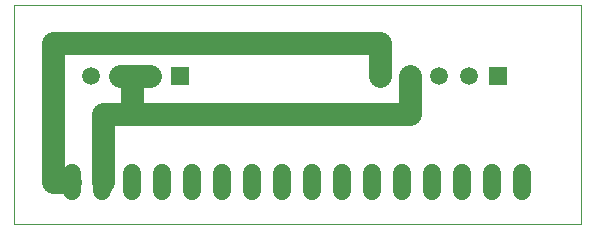
<source format=gbl>
G75*
%MOIN*%
%OFA0B0*%
%FSLAX25Y25*%
%IPPOS*%
%LPD*%
%AMOC8*
5,1,8,0,0,1.08239X$1,22.5*
%
%ADD10C,0.00000*%
%ADD11C,0.06000*%
%ADD12R,0.05937X0.05937*%
%ADD13C,0.05937*%
%ADD14C,0.07600*%
D10*
X0001610Y0001000D02*
X0190586Y0001000D01*
X0190586Y0073835D01*
X0001610Y0073835D01*
X0001610Y0001000D01*
D11*
X0020783Y0011780D02*
X0020783Y0017780D01*
X0030783Y0017780D02*
X0030783Y0011780D01*
X0040783Y0011780D02*
X0040783Y0017780D01*
X0050783Y0017780D02*
X0050783Y0011780D01*
X0060783Y0011780D02*
X0060783Y0017780D01*
X0070783Y0017780D02*
X0070783Y0011780D01*
X0080783Y0011780D02*
X0080783Y0017780D01*
X0090783Y0017780D02*
X0090783Y0011780D01*
X0100783Y0011780D02*
X0100783Y0017780D01*
X0110783Y0017780D02*
X0110783Y0011780D01*
X0120783Y0011780D02*
X0120783Y0017780D01*
X0130783Y0017780D02*
X0130783Y0011780D01*
X0140783Y0011780D02*
X0140783Y0017780D01*
X0150783Y0017780D02*
X0150783Y0011780D01*
X0160783Y0011780D02*
X0160783Y0017780D01*
X0170783Y0017780D02*
X0170783Y0011780D01*
D12*
X0163027Y0050213D03*
X0056728Y0050213D03*
D13*
X0046885Y0050213D03*
X0037043Y0050213D03*
X0027200Y0050213D03*
X0123657Y0050213D03*
X0133500Y0050213D03*
X0143342Y0050213D03*
X0153185Y0050213D03*
D14*
X0133500Y0050213D02*
X0133500Y0037417D01*
X0040980Y0037417D01*
X0040980Y0050213D01*
X0046885Y0050213D01*
X0040980Y0050213D02*
X0037043Y0050213D01*
X0014405Y0061039D02*
X0014405Y0014780D01*
X0020311Y0014780D01*
X0031137Y0014780D02*
X0031137Y0037417D01*
X0040980Y0037417D01*
X0014405Y0061039D02*
X0123657Y0061039D01*
X0123657Y0050213D01*
M02*

</source>
